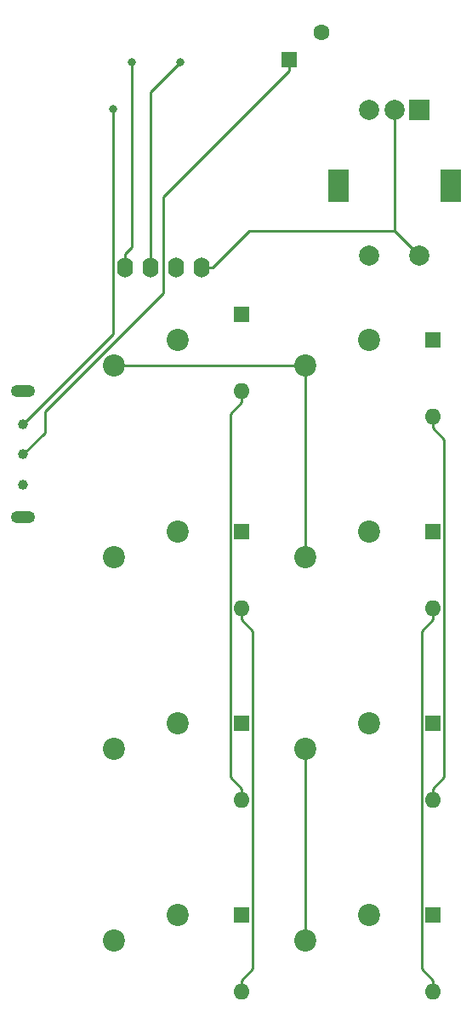
<source format=gbr>
%TF.GenerationSoftware,KiCad,Pcbnew,(6.0.9)*%
%TF.CreationDate,2023-04-09T12:51:12-04:00*%
%TF.ProjectId,MainPad,4d61696e-5061-4642-9e6b-696361645f70,rev?*%
%TF.SameCoordinates,Original*%
%TF.FileFunction,Copper,L1,Top*%
%TF.FilePolarity,Positive*%
%FSLAX46Y46*%
G04 Gerber Fmt 4.6, Leading zero omitted, Abs format (unit mm)*
G04 Created by KiCad (PCBNEW (6.0.9)) date 2023-04-09 12:51:12*
%MOMM*%
%LPD*%
G01*
G04 APERTURE LIST*
%TA.AperFunction,ComponentPad*%
%ADD10C,1.008000*%
%TD*%
%TA.AperFunction,ComponentPad*%
%ADD11O,2.416000X1.208000*%
%TD*%
%TA.AperFunction,ComponentPad*%
%ADD12R,1.600000X1.600000*%
%TD*%
%TA.AperFunction,ComponentPad*%
%ADD13O,1.600000X1.600000*%
%TD*%
%TA.AperFunction,ComponentPad*%
%ADD14C,2.200000*%
%TD*%
%TA.AperFunction,ComponentPad*%
%ADD15O,1.600000X2.000000*%
%TD*%
%TA.AperFunction,ComponentPad*%
%ADD16R,2.000000X2.000000*%
%TD*%
%TA.AperFunction,ComponentPad*%
%ADD17C,2.000000*%
%TD*%
%TA.AperFunction,ComponentPad*%
%ADD18R,2.000000X3.200000*%
%TD*%
%TA.AperFunction,ComponentPad*%
%ADD19C,1.600000*%
%TD*%
%TA.AperFunction,ViaPad*%
%ADD20C,0.800000*%
%TD*%
%TA.AperFunction,Conductor*%
%ADD21C,0.250000*%
%TD*%
G04 APERTURE END LIST*
D10*
%TO.P,PoweSwitch1,1,A*%
%TO.N,Net-(PoweSwitch1-Pad1)*%
X120530000Y-68070000D03*
%TO.P,PoweSwitch1,2,B*%
%TO.N,Net-(PoweSwitch1-Pad2)*%
X120530000Y-71070000D03*
%TO.P,PoweSwitch1,3,C*%
%TO.N,unconnected-(PoweSwitch1-Pad3)*%
X120530000Y-74070000D03*
D11*
%TO.P,PoweSwitch1,P$4*%
%TO.N,N/C*%
X120530000Y-64770000D03*
%TO.P,PoweSwitch1,P$5*%
X120530000Y-77270000D03*
%TD*%
D12*
%TO.P,U9,1,K*%
%TO.N,Net-(SW8-Pad1)*%
X161290000Y-116840000D03*
D13*
%TO.P,U9,2,A*%
%TO.N,/Row4*%
X161290000Y-124460000D03*
%TD*%
D12*
%TO.P,U8,1,K*%
%TO.N,Net-(SW7-Pad1)*%
X142240000Y-116840000D03*
D13*
%TO.P,U8,2,A*%
%TO.N,/Row3*%
X142240000Y-124460000D03*
%TD*%
D12*
%TO.P,U7,1,K*%
%TO.N,Net-(SW6-Pad1)*%
X161290000Y-97790000D03*
D13*
%TO.P,U7,2,A*%
%TO.N,/Row2*%
X161290000Y-105410000D03*
%TD*%
D12*
%TO.P,U6,1,K*%
%TO.N,Net-(SW5-Pad1)*%
X142240000Y-97790000D03*
D13*
%TO.P,U6,2,A*%
%TO.N,/Row1*%
X142240000Y-105410000D03*
%TD*%
D12*
%TO.P,U5,1,K*%
%TO.N,Net-(SW4-Pad1)*%
X161290000Y-78740000D03*
D13*
%TO.P,U5,2,A*%
%TO.N,/Row4*%
X161290000Y-86360000D03*
%TD*%
D12*
%TO.P,U4,1,K*%
%TO.N,Net-(SW3-Pad1)*%
X142240000Y-78740000D03*
D13*
%TO.P,U4,2,A*%
%TO.N,/Row3*%
X142240000Y-86360000D03*
%TD*%
D12*
%TO.P,U3,1,K*%
%TO.N,Net-(SW2-Pad1)*%
X161290000Y-59690000D03*
D13*
%TO.P,U3,2,A*%
%TO.N,/Row2*%
X161290000Y-67310000D03*
%TD*%
D12*
%TO.P,U2,1,K*%
%TO.N,Net-(SW1-Pad1)*%
X142240000Y-57150000D03*
D13*
%TO.P,U2,2,A*%
%TO.N,/Row1*%
X142240000Y-64770000D03*
%TD*%
D14*
%TO.P,SW8,1,1*%
%TO.N,Net-(SW8-Pad1)*%
X154940000Y-116840000D03*
%TO.P,SW8,2,2*%
%TO.N,/Column2*%
X148590000Y-119380000D03*
%TD*%
%TO.P,SW7,1,1*%
%TO.N,Net-(SW7-Pad1)*%
X135890000Y-116840000D03*
%TO.P,SW7,2,2*%
%TO.N,/Column2*%
X129540000Y-119380000D03*
%TD*%
%TO.P,SW6,1,1*%
%TO.N,Net-(SW6-Pad1)*%
X154940000Y-97790000D03*
%TO.P,SW6,2,2*%
%TO.N,/Column2*%
X148590000Y-100330000D03*
%TD*%
%TO.P,SW5,1,1*%
%TO.N,Net-(SW5-Pad1)*%
X135890000Y-97790000D03*
%TO.P,SW5,2,2*%
%TO.N,/Column2*%
X129540000Y-100330000D03*
%TD*%
%TO.P,SW4,1,1*%
%TO.N,Net-(SW4-Pad1)*%
X154940000Y-78740000D03*
%TO.P,SW4,2,2*%
%TO.N,/Column1*%
X148590000Y-81280000D03*
%TD*%
%TO.P,SW3,1,1*%
%TO.N,Net-(SW3-Pad1)*%
X135890000Y-78740000D03*
%TO.P,SW3,2,2*%
%TO.N,/Column1*%
X129540000Y-81280000D03*
%TD*%
%TO.P,SW2,1,1*%
%TO.N,Net-(SW2-Pad1)*%
X154940000Y-59690000D03*
%TO.P,SW2,2,2*%
%TO.N,/Column1*%
X148590000Y-62230000D03*
%TD*%
%TO.P,SW1,1,1*%
%TO.N,Net-(SW1-Pad1)*%
X135890000Y-59690000D03*
%TO.P,SW1,2,2*%
%TO.N,/Column1*%
X129540000Y-62230000D03*
%TD*%
D15*
%TO.P,Screen1,4,SDA*%
%TO.N,/SDA*%
X130620000Y-52510000D03*
%TO.P,Screen1,3,SCL*%
%TO.N,/SCL*%
X133160000Y-52510000D03*
%TO.P,Screen1,1,GND*%
%TO.N,/GND*%
X138240000Y-52510000D03*
%TO.P,Screen1,2,VCC*%
%TO.N,/3.3V*%
X135700000Y-52510000D03*
%TD*%
D16*
%TO.P,Knob1,A,A*%
%TO.N,/RotaryA*%
X159980000Y-36830000D03*
D17*
%TO.P,Knob1,B,B*%
%TO.N,/RotaryB*%
X154980000Y-36830000D03*
%TO.P,Knob1,C,C*%
%TO.N,/GND*%
X157480000Y-36830000D03*
D18*
%TO.P,Knob1,MP*%
%TO.N,N/C*%
X151880000Y-44330000D03*
X163080000Y-44330000D03*
D17*
%TO.P,Knob1,S1,S1*%
%TO.N,/RotaryButton*%
X154980000Y-51330000D03*
%TO.P,Knob1,S2,S2*%
%TO.N,/GND*%
X159980000Y-51330000D03*
%TD*%
D12*
%TO.P,BT1,1,+*%
%TO.N,Net-(PoweSwitch1-Pad2)*%
X146965000Y-31805000D03*
D19*
%TO.P,BT1,2,-*%
%TO.N,Net-(BT1-Pad2)*%
X150215000Y-29155000D03*
%TD*%
D20*
%TO.N,Net-(PoweSwitch1-Pad1)*%
X129470100Y-36738400D03*
%TO.N,/SCL*%
X136186000Y-32065600D03*
%TO.N,/SDA*%
X131341000Y-32066900D03*
%TD*%
D21*
%TO.N,Net-(PoweSwitch1-Pad1)*%
X129470100Y-59129900D02*
X120530000Y-68070000D01*
X129470100Y-36738400D02*
X129470100Y-59129900D01*
%TO.N,Net-(PoweSwitch1-Pad2)*%
X122700600Y-68899400D02*
X120530000Y-71070000D01*
X122700600Y-66799600D02*
X122700600Y-68899400D01*
X134430000Y-55070200D02*
X122700600Y-66799600D01*
X134430000Y-45465300D02*
X134430000Y-55070200D01*
X146965000Y-32930300D02*
X134430000Y-45465300D01*
X146965000Y-31805000D02*
X146965000Y-32930300D01*
%TO.N,/Row1*%
X141114700Y-103159400D02*
X142240000Y-104284700D01*
X141114700Y-67020600D02*
X141114700Y-103159400D01*
X142240000Y-65895300D02*
X141114700Y-67020600D01*
X142240000Y-64770000D02*
X142240000Y-65895300D01*
X142240000Y-105410000D02*
X142240000Y-104284700D01*
%TO.N,/Row4*%
X160164700Y-122209400D02*
X161290000Y-123334700D01*
X160164700Y-88610600D02*
X160164700Y-122209400D01*
X161290000Y-87485300D02*
X160164700Y-88610600D01*
X161290000Y-86360000D02*
X161290000Y-87485300D01*
X161290000Y-124460000D02*
X161290000Y-123334700D01*
%TO.N,/Row3*%
X143365300Y-122209400D02*
X142240000Y-123334700D01*
X143365300Y-88610600D02*
X143365300Y-122209400D01*
X142240000Y-87485300D02*
X143365300Y-88610600D01*
X142240000Y-86360000D02*
X142240000Y-87485300D01*
X142240000Y-124460000D02*
X142240000Y-123334700D01*
%TO.N,/Row2*%
X162415300Y-103159400D02*
X161290000Y-104284700D01*
X162415300Y-69560600D02*
X162415300Y-103159400D01*
X161290000Y-68435300D02*
X162415300Y-69560600D01*
X161290000Y-67310000D02*
X161290000Y-68435300D01*
X161290000Y-105410000D02*
X161290000Y-104284700D01*
%TO.N,/Column2*%
X148590000Y-119380000D02*
X148590000Y-100330000D01*
%TO.N,/Column1*%
X148590000Y-81280000D02*
X148590000Y-62230000D01*
X129540000Y-62230000D02*
X148590000Y-62230000D01*
%TO.N,/SCL*%
X133160000Y-35091600D02*
X136186000Y-32065600D01*
X133160000Y-52510000D02*
X133160000Y-35091600D01*
%TO.N,/SDA*%
X130620000Y-52510000D02*
X130620000Y-51184700D01*
X131341000Y-50463700D02*
X131341000Y-32066900D01*
X130620000Y-51184700D02*
X131341000Y-50463700D01*
%TO.N,/GND*%
X143045300Y-48830000D02*
X139365300Y-52510000D01*
X157480000Y-48830000D02*
X143045300Y-48830000D01*
X157480000Y-36830000D02*
X157480000Y-48830000D01*
X157480000Y-48830000D02*
X159980000Y-51330000D01*
X138240000Y-52510000D02*
X139365300Y-52510000D01*
%TD*%
M02*

</source>
